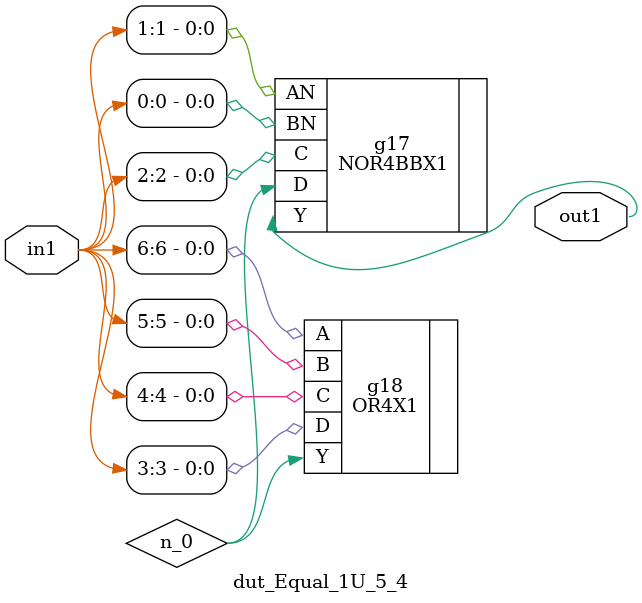
<source format=v>
`timescale 1ps / 1ps


module dut_Equal_1U_5_4(in1, out1);
  input [6:0] in1;
  output out1;
  wire [6:0] in1;
  wire out1;
  wire n_0;
  NOR4BBX1 g17(.AN (in1[1]), .BN (in1[0]), .C (in1[2]), .D (n_0), .Y
       (out1));
  OR4X1 g18(.A (in1[6]), .B (in1[5]), .C (in1[4]), .D (in1[3]), .Y
       (n_0));
endmodule



</source>
